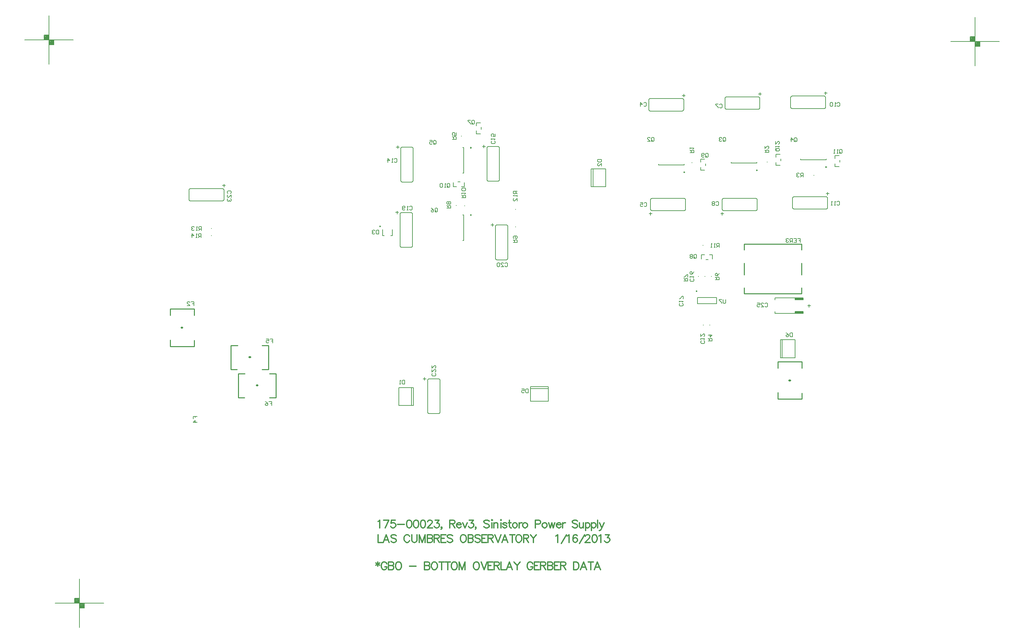
<source format=gbo>
%FSLAX23Y23*%
%MOIN*%
G70*
G01*
G75*
G04 Layer_Color=32896*
%ADD10O,0.024X0.079*%
%ADD11R,0.209X0.079*%
%ADD12O,0.014X0.067*%
%ADD13R,0.059X0.039*%
%ADD14R,0.036X0.036*%
%ADD15R,0.050X0.050*%
%ADD16C,0.050*%
%ADD17C,0.007*%
%ADD18C,0.010*%
%ADD19C,0.025*%
%ADD20C,0.100*%
%ADD21C,0.020*%
%ADD22C,0.012*%
%ADD23C,0.008*%
%ADD24C,0.012*%
%ADD25C,0.012*%
%ADD26C,0.100*%
%ADD27R,0.100X0.100*%
%ADD28R,0.100X0.100*%
%ADD29C,0.020*%
%ADD30R,0.063X0.063*%
%ADD31C,0.063*%
%ADD32C,0.070*%
%ADD33C,0.079*%
%ADD34R,0.110X0.110*%
%ADD35C,0.110*%
%ADD36C,0.080*%
%ADD37C,0.065*%
%ADD38C,0.059*%
%ADD39R,0.059X0.059*%
%ADD40R,0.059X0.059*%
%ADD41C,0.120*%
%ADD42R,0.120X0.120*%
%ADD43R,0.079X0.079*%
%ADD44R,0.079X0.079*%
%ADD45C,0.157*%
%ADD46C,0.197*%
%ADD47C,0.024*%
%ADD48C,0.050*%
%ADD49C,0.040*%
%ADD50C,0.005*%
G04:AMPARAMS|DCode=51|XSize=120mil|YSize=120mil|CornerRadius=0mil|HoleSize=0mil|Usage=FLASHONLY|Rotation=0.000|XOffset=0mil|YOffset=0mil|HoleType=Round|Shape=Relief|Width=10mil|Gap=10mil|Entries=4|*
%AMTHD51*
7,0,0,0.120,0.100,0.010,45*
%
%ADD51THD51*%
%ADD52C,0.059*%
%ADD53C,0.060*%
%ADD54C,0.067*%
%ADD55C,0.091*%
%ADD56C,0.072*%
%ADD57C,0.170*%
G04:AMPARAMS|DCode=58|XSize=112mil|YSize=112mil|CornerRadius=0mil|HoleSize=0mil|Usage=FLASHONLY|Rotation=0.000|XOffset=0mil|YOffset=0mil|HoleType=Round|Shape=Relief|Width=10mil|Gap=10mil|Entries=4|*
%AMTHD58*
7,0,0,0.112,0.092,0.010,45*
%
%ADD58THD58*%
%ADD59C,0.059*%
%ADD60C,0.055*%
%ADD61C,0.090*%
G04:AMPARAMS|DCode=62|XSize=95.433mil|YSize=95.433mil|CornerRadius=0mil|HoleSize=0mil|Usage=FLASHONLY|Rotation=0.000|XOffset=0mil|YOffset=0mil|HoleType=Round|Shape=Relief|Width=10mil|Gap=10mil|Entries=4|*
%AMTHD62*
7,0,0,0.095,0.075,0.010,45*
%
%ADD62THD62*%
G04:AMPARAMS|DCode=63|XSize=107.244mil|YSize=107.244mil|CornerRadius=0mil|HoleSize=0mil|Usage=FLASHONLY|Rotation=0.000|XOffset=0mil|YOffset=0mil|HoleType=Round|Shape=Relief|Width=10mil|Gap=10mil|Entries=4|*
%AMTHD63*
7,0,0,0.107,0.087,0.010,45*
%
%ADD63THD63*%
%ADD64C,0.030*%
G04:AMPARAMS|DCode=65|XSize=100mil|YSize=100mil|CornerRadius=0mil|HoleSize=0mil|Usage=FLASHONLY|Rotation=0.000|XOffset=0mil|YOffset=0mil|HoleType=Round|Shape=Relief|Width=10mil|Gap=10mil|Entries=4|*
%AMTHD65*
7,0,0,0.100,0.080,0.010,45*
%
%ADD65THD65*%
%ADD66C,0.186*%
%ADD67C,0.125*%
%ADD68C,0.048*%
G04:AMPARAMS|DCode=69|XSize=88mil|YSize=88mil|CornerRadius=0mil|HoleSize=0mil|Usage=FLASHONLY|Rotation=0.000|XOffset=0mil|YOffset=0mil|HoleType=Round|Shape=Relief|Width=10mil|Gap=10mil|Entries=4|*
%AMTHD69*
7,0,0,0.088,0.068,0.010,45*
%
%ADD69THD69*%
G04:AMPARAMS|DCode=70|XSize=70mil|YSize=70mil|CornerRadius=0mil|HoleSize=0mil|Usage=FLASHONLY|Rotation=0.000|XOffset=0mil|YOffset=0mil|HoleType=Round|Shape=Relief|Width=10mil|Gap=10mil|Entries=4|*
%AMTHD70*
7,0,0,0.070,0.050,0.010,45*
%
%ADD70THD70*%
%ADD71C,0.008*%
G04:AMPARAMS|DCode=72|XSize=99.37mil|YSize=99.37mil|CornerRadius=0mil|HoleSize=0mil|Usage=FLASHONLY|Rotation=0.000|XOffset=0mil|YOffset=0mil|HoleType=Round|Shape=Relief|Width=10mil|Gap=10mil|Entries=4|*
%AMTHD72*
7,0,0,0.099,0.079,0.010,45*
%
%ADD72THD72*%
%ADD73R,0.075X0.037*%
%ADD74R,0.272X0.268*%
%ADD75R,0.035X0.037*%
%ADD76R,0.035X0.037*%
%ADD77R,0.102X0.094*%
%ADD78R,0.063X0.075*%
%ADD79R,0.050X0.050*%
%ADD80O,0.028X0.098*%
%ADD81R,0.036X0.032*%
%ADD82R,0.150X0.106*%
%ADD83R,0.036X0.036*%
%ADD84R,0.037X0.075*%
%ADD85R,0.268X0.272*%
%ADD86R,0.079X0.209*%
%ADD87R,0.032X0.036*%
%ADD88C,0.010*%
%ADD89C,0.020*%
%ADD90C,0.024*%
%ADD91C,0.010*%
%ADD92C,0.030*%
%ADD93C,0.015*%
%ADD94C,0.007*%
%ADD95C,0.006*%
%ADD96C,0.012*%
%ADD97C,0.006*%
%ADD98R,0.257X0.184*%
%ADD99R,0.043X0.008*%
%ADD100O,0.028X0.083*%
%ADD101R,0.213X0.083*%
%ADD102O,0.018X0.071*%
%ADD103R,0.063X0.043*%
%ADD104R,0.040X0.040*%
%ADD105R,0.054X0.054*%
%ADD106C,0.104*%
%ADD107R,0.104X0.104*%
%ADD108R,0.104X0.104*%
%ADD109R,0.067X0.067*%
%ADD110C,0.067*%
%ADD111C,0.074*%
%ADD112C,0.083*%
%ADD113R,0.114X0.114*%
%ADD114C,0.114*%
%ADD115C,0.084*%
%ADD116C,0.069*%
%ADD117C,0.063*%
%ADD118R,0.063X0.063*%
%ADD119R,0.063X0.063*%
%ADD120C,0.124*%
%ADD121R,0.124X0.124*%
%ADD122R,0.083X0.083*%
%ADD123R,0.083X0.083*%
%ADD124C,0.161*%
%ADD125C,0.190*%
%ADD126C,0.028*%
%ADD127C,0.054*%
%ADD128R,1.912X0.311*%
%ADD129R,0.332X0.120*%
%ADD130R,0.079X0.041*%
%ADD131R,0.276X0.272*%
%ADD132R,0.039X0.041*%
%ADD133R,0.039X0.041*%
%ADD134R,0.106X0.098*%
%ADD135R,0.067X0.079*%
%ADD136R,0.054X0.054*%
%ADD137O,0.032X0.102*%
%ADD138R,0.040X0.036*%
%ADD139R,0.154X0.110*%
%ADD140R,0.040X0.040*%
%ADD141R,0.041X0.079*%
%ADD142R,0.272X0.276*%
%ADD143R,0.083X0.213*%
%ADD144R,0.036X0.040*%
%ADD145R,0.082X0.020*%
D17*
X24374Y17135D02*
X24404D01*
X24389Y17120D02*
Y17150D01*
X18360Y18371D02*
X18390D01*
X18375Y18356D02*
Y18386D01*
X24559Y19307D02*
Y19337D01*
X24544Y19322D02*
X24574D01*
X23087Y19296D02*
X23117D01*
X23102Y19281D02*
Y19311D01*
X22744Y18081D02*
X22774D01*
X22759Y18066D02*
Y18096D01*
X23869Y19313D02*
X23899D01*
X23884Y19298D02*
Y19328D01*
X23481Y18081D02*
X23511D01*
X23496Y18066D02*
Y18096D01*
X24564Y18288D02*
X24594D01*
X24579Y18273D02*
Y18303D01*
X20161Y18751D02*
Y18781D01*
X20146Y18766D02*
X20176D01*
X21047Y18758D02*
Y18788D01*
X21032Y18773D02*
X21062D01*
X20154Y18079D02*
Y18109D01*
X20139Y18094D02*
X20169D01*
X21134Y17951D02*
Y17981D01*
X21119Y17966D02*
X21149D01*
X20437Y16368D02*
Y16398D01*
X20422Y16383D02*
X20452D01*
X20544Y18105D02*
Y18131D01*
X20550Y18138D01*
X20563D01*
X20570Y18131D01*
Y18105D01*
X20563Y18098D01*
X20550D01*
X20557Y18111D02*
X20544Y18098D01*
X20550D02*
X20544Y18105D01*
X20504Y18138D02*
X20517Y18131D01*
X20530Y18118D01*
Y18105D01*
X20524Y18098D01*
X20510D01*
X20504Y18105D01*
Y18111D01*
X20510Y18118D01*
X20530D01*
X19964Y17913D02*
Y17873D01*
X19944D01*
X19938Y17880D01*
Y17906D01*
X19944Y17913D01*
X19964D01*
X19924Y17906D02*
X19918Y17913D01*
X19904D01*
X19898Y17906D01*
Y17900D01*
X19904Y17893D01*
X19911D01*
X19904D01*
X19898Y17886D01*
Y17880D01*
X19904Y17873D01*
X19918D01*
X19924Y17880D01*
X23324Y18670D02*
Y18696D01*
X23331Y18703D01*
X23344D01*
X23351Y18696D01*
Y18670D01*
X23344Y18663D01*
X23331D01*
X23338Y18676D02*
X23324Y18663D01*
X23331D02*
X23324Y18670D01*
X23311D02*
X23305Y18663D01*
X23291D01*
X23285Y18670D01*
Y18696D01*
X23291Y18703D01*
X23305D01*
X23311Y18696D01*
Y18690D01*
X23305Y18683D01*
X23285D01*
X23937Y17155D02*
X23943Y17162D01*
X23956D01*
X23963Y17155D01*
Y17129D01*
X23956Y17122D01*
X23943D01*
X23937Y17129D01*
X23897Y17122D02*
X23923D01*
X23897Y17149D01*
Y17155D01*
X23903Y17162D01*
X23917D01*
X23923Y17155D01*
X23857Y17162D02*
X23883D01*
Y17142D01*
X23870Y17149D01*
X23863D01*
X23857Y17142D01*
Y17129D01*
X23863Y17122D01*
X23877D01*
X23883Y17129D01*
X18415Y18289D02*
X18408Y18296D01*
Y18309D01*
X18415Y18316D01*
X18441D01*
X18448Y18309D01*
Y18296D01*
X18441Y18289D01*
X18448Y18249D02*
Y18276D01*
X18421Y18249D01*
X18415D01*
X18408Y18256D01*
Y18269D01*
X18415Y18276D01*
Y18236D02*
X18408Y18229D01*
Y18216D01*
X18415Y18209D01*
X18421D01*
X18428Y18216D01*
Y18222D01*
Y18216D01*
X18435Y18209D01*
X18441D01*
X18448Y18216D01*
Y18229D01*
X18441Y18236D01*
X18059Y15971D02*
Y15997D01*
X18079D01*
Y15984D01*
Y15997D01*
X18099D01*
Y15937D02*
X18059D01*
X18079Y15957D01*
Y15931D01*
X18138Y17836D02*
Y17876D01*
X18118D01*
X18111Y17869D01*
Y17856D01*
X18118Y17849D01*
X18138D01*
X18125D02*
X18111Y17836D01*
X18098D02*
X18085D01*
X18092D01*
Y17876D01*
X18098Y17869D01*
X18045Y17836D02*
Y17876D01*
X18065Y17856D01*
X18038D01*
X23531Y17200D02*
Y17167D01*
X23524Y17160D01*
X23511D01*
X23504Y17167D01*
Y17200D01*
X23491D02*
X23465D01*
Y17193D01*
X23491Y17167D01*
Y17160D01*
X24218Y16857D02*
Y16817D01*
X24198D01*
X24191Y16824D01*
Y16850D01*
X24198Y16857D01*
X24218D01*
X24152D02*
X24165Y16850D01*
X24178Y16837D01*
Y16824D01*
X24172Y16817D01*
X24158D01*
X24152Y16824D01*
Y16830D01*
X24158Y16837D01*
X24178D01*
X24271Y17827D02*
X24298D01*
Y17807D01*
X24285D01*
X24298D01*
Y17787D01*
X24232Y17827D02*
X24258D01*
Y17787D01*
X24232D01*
X24258Y17807D02*
X24245D01*
X24218Y17787D02*
Y17827D01*
X24198D01*
X24192Y17820D01*
Y17807D01*
X24198Y17800D01*
X24218D01*
X24205D02*
X24192Y17787D01*
X24178Y17820D02*
X24172Y17827D01*
X24158D01*
X24152Y17820D01*
Y17814D01*
X24158Y17807D01*
X24165D01*
X24158D01*
X24152Y17800D01*
Y17794D01*
X24158Y17787D01*
X24172D01*
X24178Y17794D01*
X24051Y18751D02*
X24077D01*
X24084Y18744D01*
Y18731D01*
X24077Y18724D01*
X24051D01*
X24044Y18731D01*
Y18744D01*
X24057Y18737D02*
X24044Y18751D01*
Y18744D02*
X24051Y18751D01*
X24044Y18764D02*
Y18777D01*
Y18771D01*
X24084D01*
X24077Y18764D01*
X24044Y18824D02*
Y18797D01*
X24071Y18824D01*
X24077D01*
X24084Y18817D01*
Y18804D01*
X24077Y18797D01*
X24702Y18708D02*
Y18734D01*
X24709Y18741D01*
X24722D01*
X24729Y18734D01*
Y18708D01*
X24722Y18701D01*
X24709D01*
X24716Y18714D02*
X24702Y18701D01*
X24709D02*
X24702Y18708D01*
X24689Y18701D02*
X24676D01*
X24683D01*
Y18741D01*
X24689Y18734D01*
X24656Y18701D02*
X24643D01*
X24649D01*
Y18741D01*
X24656Y18734D01*
X20670Y18359D02*
Y18385D01*
X20676Y18392D01*
X20689D01*
X20696Y18385D01*
Y18359D01*
X20689Y18352D01*
X20676D01*
X20683Y18365D02*
X20670Y18352D01*
X20676D02*
X20670Y18359D01*
X20656Y18352D02*
X20643D01*
X20650D01*
Y18392D01*
X20656Y18385D01*
X20623D02*
X20616Y18392D01*
X20603D01*
X20596Y18385D01*
Y18359D01*
X20603Y18352D01*
X20616D01*
X20623Y18359D01*
Y18385D01*
X24237Y18830D02*
Y18856D01*
X24244Y18863D01*
X24257D01*
X24264Y18856D01*
Y18830D01*
X24257Y18823D01*
X24244D01*
X24251Y18836D02*
X24237Y18823D01*
X24244D02*
X24237Y18830D01*
X24204Y18823D02*
Y18863D01*
X24224Y18843D01*
X24198D01*
X18837Y16150D02*
X18864D01*
Y16130D01*
X18851D01*
X18864D01*
Y16110D01*
X18798Y16150D02*
X18811Y16143D01*
X18824Y16130D01*
Y16117D01*
X18818Y16110D01*
X18804D01*
X18798Y16117D01*
Y16123D01*
X18804Y16130D01*
X18824D01*
X18848Y16791D02*
X18875D01*
Y16771D01*
X18862D01*
X18875D01*
Y16751D01*
X18809Y16791D02*
X18835D01*
Y16771D01*
X18822Y16778D01*
X18815D01*
X18809Y16771D01*
Y16758D01*
X18815Y16751D01*
X18829D01*
X18835Y16758D01*
X18037Y17175D02*
X18064D01*
Y17155D01*
X18050D01*
X18064D01*
Y17135D01*
X17997D02*
X18024D01*
X17997Y17162D01*
Y17169D01*
X18004Y17175D01*
X18017D01*
X18024Y17169D01*
X23353Y16772D02*
X23393D01*
Y16792D01*
X23386Y16799D01*
X23373D01*
X23366Y16792D01*
Y16772D01*
Y16785D02*
X23353Y16799D01*
Y16832D02*
X23393D01*
X23373Y16812D01*
Y16839D01*
X24328Y18460D02*
Y18500D01*
X24308D01*
X24302Y18493D01*
Y18480D01*
X24308Y18473D01*
X24328D01*
X24315D02*
X24302Y18460D01*
X24288Y18493D02*
X24282Y18500D01*
X24268D01*
X24262Y18493D01*
Y18487D01*
X24268Y18480D01*
X24275D01*
X24268D01*
X24262Y18473D01*
Y18467D01*
X24268Y18460D01*
X24282D01*
X24288Y18467D01*
X22691Y19218D02*
X22697Y19225D01*
X22710D01*
X22717Y19218D01*
Y19192D01*
X22710Y19185D01*
X22697D01*
X22691Y19192D01*
X22657Y19185D02*
Y19225D01*
X22677Y19205D01*
X22651D01*
X22694Y18189D02*
X22700Y18196D01*
X22713D01*
X22720Y18189D01*
Y18163D01*
X22713Y18156D01*
X22700D01*
X22694Y18163D01*
X22654Y18196D02*
X22680D01*
Y18176D01*
X22667Y18183D01*
X22660D01*
X22654Y18176D01*
Y18163D01*
X22660Y18156D01*
X22674D01*
X22680Y18163D01*
X23469Y19201D02*
X23476Y19208D01*
X23489D01*
X23496Y19201D01*
Y19175D01*
X23489Y19168D01*
X23476D01*
X23469Y19175D01*
X23456Y19208D02*
X23430D01*
Y19201D01*
X23456Y19175D01*
Y19168D01*
X23431Y18198D02*
X23438Y18205D01*
X23451D01*
X23458Y18198D01*
Y18172D01*
X23451Y18165D01*
X23438D01*
X23431Y18172D01*
X23418Y18198D02*
X23412Y18205D01*
X23398D01*
X23392Y18198D01*
Y18192D01*
X23398Y18185D01*
X23392Y18178D01*
Y18172D01*
X23398Y18165D01*
X23412D01*
X23418Y18172D01*
Y18178D01*
X23412Y18185D01*
X23418Y18192D01*
Y18198D01*
X23412Y18185D02*
X23398D01*
X24676Y18201D02*
X24683Y18208D01*
X24696D01*
X24703Y18201D01*
Y18175D01*
X24696Y18168D01*
X24683D01*
X24676Y18175D01*
X24663Y18168D02*
X24650D01*
X24656D01*
Y18208D01*
X24663Y18201D01*
X24630Y18168D02*
X24616D01*
X24623D01*
Y18208D01*
X24630Y18201D01*
X23310Y16774D02*
X23317Y16767D01*
Y16754D01*
X23310Y16747D01*
X23284D01*
X23277Y16754D01*
Y16767D01*
X23284Y16774D01*
X23277Y16787D02*
Y16800D01*
Y16794D01*
X23317D01*
X23310Y16787D01*
X23277Y16847D02*
Y16820D01*
X23304Y16847D01*
X23310D01*
X23317Y16840D01*
Y16827D01*
X23310Y16820D01*
X20125Y18642D02*
X20132Y18649D01*
X20145D01*
X20152Y18642D01*
Y18616D01*
X20145Y18609D01*
X20132D01*
X20125Y18616D01*
X20112Y18609D02*
X20099D01*
X20106D01*
Y18649D01*
X20112Y18642D01*
X20059Y18609D02*
Y18649D01*
X20079Y18629D01*
X20052D01*
X21154Y18828D02*
X21161Y18821D01*
Y18808D01*
X21154Y18801D01*
X21128D01*
X21121Y18808D01*
Y18821D01*
X21128Y18828D01*
X21121Y18841D02*
Y18854D01*
Y18848D01*
X21161D01*
X21154Y18841D01*
X21161Y18901D02*
Y18874D01*
X21141D01*
X21148Y18888D01*
Y18894D01*
X21141Y18901D01*
X21128D01*
X21121Y18894D01*
Y18881D01*
X21128Y18874D01*
X23199Y17412D02*
X23206Y17405D01*
Y17392D01*
X23199Y17385D01*
X23173D01*
X23166Y17392D01*
Y17405D01*
X23173Y17412D01*
X23166Y17425D02*
Y17438D01*
Y17432D01*
X23206D01*
X23199Y17425D01*
X23206Y17485D02*
X23199Y17472D01*
X23186Y17458D01*
X23173D01*
X23166Y17465D01*
Y17478D01*
X23173Y17485D01*
X23179D01*
X23186Y17478D01*
Y17458D01*
X23087Y17159D02*
X23094Y17152D01*
Y17139D01*
X23087Y17132D01*
X23061D01*
X23054Y17139D01*
Y17152D01*
X23061Y17159D01*
X23054Y17172D02*
Y17185D01*
Y17179D01*
X23094D01*
X23087Y17172D01*
X23094Y17205D02*
Y17232D01*
X23087D01*
X23061Y17205D01*
X23054D01*
X20282Y18153D02*
X20289Y18160D01*
X20302D01*
X20309Y18153D01*
Y18127D01*
X20302Y18120D01*
X20289D01*
X20282Y18127D01*
X20269Y18120D02*
X20256D01*
X20263D01*
Y18160D01*
X20269Y18153D01*
X20236Y18127D02*
X20229Y18120D01*
X20216D01*
X20209Y18127D01*
Y18153D01*
X20216Y18160D01*
X20229D01*
X20236Y18153D01*
Y18147D01*
X20229Y18140D01*
X20209D01*
X21263Y17570D02*
X21269Y17577D01*
X21282D01*
X21289Y17570D01*
Y17544D01*
X21282Y17537D01*
X21269D01*
X21263Y17544D01*
X21223Y17537D02*
X21249D01*
X21223Y17564D01*
Y17570D01*
X21229Y17577D01*
X21243D01*
X21249Y17570D01*
X21209D02*
X21203Y17577D01*
X21189D01*
X21183Y17570D01*
Y17544D01*
X21189Y17537D01*
X21203D01*
X21209Y17544D01*
Y17570D01*
X20546Y16439D02*
X20553Y16432D01*
Y16419D01*
X20546Y16412D01*
X20520D01*
X20513Y16419D01*
Y16432D01*
X20520Y16439D01*
X20513Y16479D02*
Y16452D01*
X20540Y16479D01*
X20546D01*
X20553Y16472D01*
Y16459D01*
X20546Y16452D01*
X20513Y16519D02*
Y16492D01*
X20540Y16519D01*
X20546D01*
X20553Y16512D01*
Y16499D01*
X20546Y16492D01*
X20232Y16370D02*
Y16330D01*
X20212D01*
X20205Y16336D01*
Y16363D01*
X20212Y16370D01*
X20232D01*
X20192Y16330D02*
X20179D01*
X20185D01*
Y16370D01*
X20192Y16363D01*
X22217Y18639D02*
X22257D01*
Y18619D01*
X22250Y18613D01*
X22224D01*
X22217Y18619D01*
Y18639D01*
X22257Y18573D02*
Y18599D01*
X22230Y18573D01*
X22224D01*
X22217Y18579D01*
Y18593D01*
X22224Y18599D01*
X21503Y16278D02*
Y16238D01*
X21483D01*
X21476Y16245D01*
Y16271D01*
X21483Y16278D01*
X21503D01*
X21437D02*
X21463D01*
Y16258D01*
X21450Y16265D01*
X21443D01*
X21437Y16258D01*
Y16245D01*
X21443Y16238D01*
X21457D01*
X21463Y16245D01*
X22770Y18832D02*
Y18858D01*
X22776Y18865D01*
X22789D01*
X22796Y18858D01*
Y18832D01*
X22789Y18825D01*
X22776D01*
X22783Y18838D02*
X22770Y18825D01*
X22776D02*
X22770Y18832D01*
X22730Y18825D02*
X22756D01*
X22730Y18852D01*
Y18858D01*
X22736Y18865D01*
X22750D01*
X22756Y18858D01*
X23506Y18831D02*
Y18857D01*
X23513Y18864D01*
X23526D01*
X23533Y18857D01*
Y18831D01*
X23526Y18824D01*
X23513D01*
X23519Y18837D02*
X23506Y18824D01*
X23513D02*
X23506Y18831D01*
X23493Y18857D02*
X23486Y18864D01*
X23473D01*
X23466Y18857D01*
Y18851D01*
X23473Y18844D01*
X23479D01*
X23473D01*
X23466Y18837D01*
Y18831D01*
X23473Y18824D01*
X23486D01*
X23493Y18831D01*
X20528Y18801D02*
Y18827D01*
X20534Y18834D01*
X20547D01*
X20554Y18827D01*
Y18801D01*
X20547Y18794D01*
X20534D01*
X20541Y18807D02*
X20528Y18794D01*
X20534D02*
X20528Y18801D01*
X20488Y18834D02*
X20514D01*
Y18814D01*
X20501Y18821D01*
X20494D01*
X20488Y18814D01*
Y18801D01*
X20494Y18794D01*
X20508D01*
X20514Y18801D01*
X20921Y19008D02*
Y19034D01*
X20928Y19041D01*
X20941D01*
X20948Y19034D01*
Y19008D01*
X20941Y19001D01*
X20928D01*
X20935Y19014D02*
X20921Y19001D01*
X20928D02*
X20921Y19008D01*
X20908Y19041D02*
X20882D01*
Y19034D01*
X20908Y19008D01*
Y19001D01*
X23205Y17629D02*
Y17655D01*
X23212Y17662D01*
X23225D01*
X23232Y17655D01*
Y17629D01*
X23225Y17622D01*
X23212D01*
X23219Y17635D02*
X23205Y17622D01*
X23212D02*
X23205Y17629D01*
X23192Y17655D02*
X23186Y17662D01*
X23172D01*
X23166Y17655D01*
Y17649D01*
X23172Y17642D01*
X23166Y17635D01*
Y17629D01*
X23172Y17622D01*
X23186D01*
X23192Y17629D01*
Y17635D01*
X23186Y17642D01*
X23192Y17649D01*
Y17655D01*
X23186Y17642D02*
X23172D01*
X23166Y18710D02*
X23206D01*
Y18730D01*
X23200Y18737D01*
X23186D01*
X23180Y18730D01*
Y18710D01*
Y18723D02*
X23166Y18737D01*
Y18750D02*
Y18763D01*
Y18757D01*
X23206D01*
X23200Y18750D01*
X23934Y18711D02*
X23974D01*
Y18731D01*
X23967Y18737D01*
X23954D01*
X23947Y18731D01*
Y18711D01*
Y18724D02*
X23934Y18737D01*
Y18777D02*
Y18751D01*
X23960Y18777D01*
X23967D01*
X23974Y18771D01*
Y18757D01*
X23967Y18751D01*
X20723Y18847D02*
X20763D01*
Y18867D01*
X20756Y18874D01*
X20743D01*
X20736Y18867D01*
Y18847D01*
Y18860D02*
X20723Y18874D01*
X20763Y18914D02*
Y18887D01*
X20743D01*
X20750Y18900D01*
Y18907D01*
X20743Y18914D01*
X20730D01*
X20723Y18907D01*
Y18894D01*
X20730Y18887D01*
X23427Y17402D02*
X23467D01*
Y17422D01*
X23460Y17429D01*
X23447D01*
X23440Y17422D01*
Y17402D01*
Y17415D02*
X23427Y17429D01*
X23467Y17469D02*
X23460Y17455D01*
X23447Y17442D01*
X23434D01*
X23427Y17449D01*
Y17462D01*
X23434Y17469D01*
X23440D01*
X23447Y17462D01*
Y17442D01*
X23101Y17388D02*
X23141D01*
Y17408D01*
X23134Y17415D01*
X23121D01*
X23114Y17408D01*
Y17388D01*
Y17401D02*
X23101Y17415D01*
X23141Y17428D02*
Y17455D01*
X23134D01*
X23108Y17428D01*
X23101D01*
X20665Y18139D02*
X20705D01*
Y18159D01*
X20698Y18166D01*
X20685D01*
X20678Y18159D01*
Y18139D01*
Y18152D02*
X20665Y18166D01*
X20698Y18179D02*
X20705Y18186D01*
Y18199D01*
X20698Y18206D01*
X20692D01*
X20685Y18199D01*
X20678Y18206D01*
X20672D01*
X20665Y18199D01*
Y18186D01*
X20672Y18179D01*
X20678D01*
X20685Y18186D01*
X20692Y18179D01*
X20698D01*
X20685Y18186D02*
Y18199D01*
X21349Y17785D02*
X21389D01*
Y17805D01*
X21382Y17812D01*
X21369D01*
X21362Y17805D01*
Y17785D01*
Y17798D02*
X21349Y17812D01*
X21356Y17825D02*
X21349Y17832D01*
Y17845D01*
X21356Y17852D01*
X21382D01*
X21389Y17845D01*
Y17832D01*
X21382Y17825D01*
X21376D01*
X21369Y17832D01*
Y17852D01*
X20820Y18244D02*
X20860D01*
Y18264D01*
X20853Y18271D01*
X20840D01*
X20833Y18264D01*
Y18244D01*
Y18257D02*
X20820Y18271D01*
Y18284D02*
Y18297D01*
Y18291D01*
X20860D01*
X20853Y18284D01*
Y18317D02*
X20860Y18324D01*
Y18337D01*
X20853Y18344D01*
X20827D01*
X20820Y18337D01*
Y18324D01*
X20827Y18317D01*
X20853D01*
X23466Y17735D02*
Y17775D01*
X23446D01*
X23440Y17768D01*
Y17755D01*
X23446Y17748D01*
X23466D01*
X23453D02*
X23440Y17735D01*
X23426D02*
X23413D01*
X23420D01*
Y17775D01*
X23426Y17768D01*
X23393Y17735D02*
X23380D01*
X23386D01*
Y17775D01*
X23393Y17768D01*
X21389Y18311D02*
X21349D01*
Y18291D01*
X21356Y18284D01*
X21369D01*
X21376Y18291D01*
Y18311D01*
Y18298D02*
X21389Y18284D01*
Y18271D02*
Y18258D01*
Y18264D01*
X21349D01*
X21356Y18271D01*
X21389Y18211D02*
Y18238D01*
X21363Y18211D01*
X21356D01*
X21349Y18218D01*
Y18231D01*
X21356Y18238D01*
X18142Y17909D02*
Y17949D01*
X18122D01*
X18115Y17942D01*
Y17929D01*
X18122Y17922D01*
X18142D01*
X18129D02*
X18115Y17909D01*
X18102D02*
X18089D01*
X18096D01*
Y17949D01*
X18102Y17942D01*
X18069D02*
X18062Y17949D01*
X18049D01*
X18042Y17942D01*
Y17936D01*
X18049Y17929D01*
X18056D01*
X18049D01*
X18042Y17922D01*
Y17916D01*
X18049Y17909D01*
X18062D01*
X18069Y17916D01*
D18*
X24312Y17453D02*
Y17573D01*
X23722Y17453D02*
Y17573D01*
Y17708D02*
Y17768D01*
X24312Y17708D02*
Y17768D01*
X23722D02*
X24312D01*
X23722Y17258D02*
Y17318D01*
X24312Y17258D02*
Y17318D01*
X23722Y17258D02*
X24312D01*
D22*
X19956Y14499D02*
Y14454D01*
X19937Y14488D02*
X19975Y14465D01*
Y14488D02*
X19937Y14465D01*
X20049Y14480D02*
X20045Y14488D01*
X20037Y14496D01*
X20030Y14499D01*
X20014D01*
X20007Y14496D01*
X19999Y14488D01*
X19995Y14480D01*
X19991Y14469D01*
Y14450D01*
X19995Y14439D01*
X19999Y14431D01*
X20007Y14423D01*
X20014Y14419D01*
X20030D01*
X20037Y14423D01*
X20045Y14431D01*
X20049Y14439D01*
Y14450D01*
X20030D02*
X20049D01*
X20067Y14499D02*
Y14419D01*
Y14499D02*
X20101D01*
X20113Y14496D01*
X20116Y14492D01*
X20120Y14484D01*
Y14477D01*
X20116Y14469D01*
X20113Y14465D01*
X20101Y14461D01*
X20067D02*
X20101D01*
X20113Y14458D01*
X20116Y14454D01*
X20120Y14446D01*
Y14435D01*
X20116Y14427D01*
X20113Y14423D01*
X20101Y14419D01*
X20067D01*
X20161Y14499D02*
X20153Y14496D01*
X20146Y14488D01*
X20142Y14480D01*
X20138Y14469D01*
Y14450D01*
X20142Y14439D01*
X20146Y14431D01*
X20153Y14423D01*
X20161Y14419D01*
X20176D01*
X20184Y14423D01*
X20191Y14431D01*
X20195Y14439D01*
X20199Y14450D01*
Y14469D01*
X20195Y14480D01*
X20191Y14488D01*
X20184Y14496D01*
X20176Y14499D01*
X20161D01*
X20281Y14454D02*
X20349D01*
X20436Y14499D02*
Y14419D01*
Y14499D02*
X20470D01*
X20481Y14496D01*
X20485Y14492D01*
X20489Y14484D01*
Y14477D01*
X20485Y14469D01*
X20481Y14465D01*
X20470Y14461D01*
X20436D02*
X20470D01*
X20481Y14458D01*
X20485Y14454D01*
X20489Y14446D01*
Y14435D01*
X20485Y14427D01*
X20481Y14423D01*
X20470Y14419D01*
X20436D01*
X20530Y14499D02*
X20522Y14496D01*
X20514Y14488D01*
X20511Y14480D01*
X20507Y14469D01*
Y14450D01*
X20511Y14439D01*
X20514Y14431D01*
X20522Y14423D01*
X20530Y14419D01*
X20545D01*
X20553Y14423D01*
X20560Y14431D01*
X20564Y14439D01*
X20568Y14450D01*
Y14469D01*
X20564Y14480D01*
X20560Y14488D01*
X20553Y14496D01*
X20545Y14499D01*
X20530D01*
X20613D02*
Y14419D01*
X20586Y14499D02*
X20640D01*
X20676D02*
Y14419D01*
X20649Y14499D02*
X20703D01*
X20735D02*
X20727Y14496D01*
X20720Y14488D01*
X20716Y14480D01*
X20712Y14469D01*
Y14450D01*
X20716Y14439D01*
X20720Y14431D01*
X20727Y14423D01*
X20735Y14419D01*
X20750D01*
X20758Y14423D01*
X20765Y14431D01*
X20769Y14439D01*
X20773Y14450D01*
Y14469D01*
X20769Y14480D01*
X20765Y14488D01*
X20758Y14496D01*
X20750Y14499D01*
X20735D01*
X20792D02*
Y14419D01*
Y14499D02*
X20822Y14419D01*
X20853Y14499D02*
X20822Y14419D01*
X20853Y14499D02*
Y14419D01*
X20961Y14499D02*
X20954Y14496D01*
X20946Y14488D01*
X20942Y14480D01*
X20938Y14469D01*
Y14450D01*
X20942Y14439D01*
X20946Y14431D01*
X20954Y14423D01*
X20961Y14419D01*
X20976D01*
X20984Y14423D01*
X20992Y14431D01*
X20995Y14439D01*
X20999Y14450D01*
Y14469D01*
X20995Y14480D01*
X20992Y14488D01*
X20984Y14496D01*
X20976Y14499D01*
X20961D01*
X21018D02*
X21048Y14419D01*
X21079Y14499D02*
X21048Y14419D01*
X21139Y14499D02*
X21089D01*
Y14419D01*
X21139D01*
X21089Y14461D02*
X21120D01*
X21152Y14499D02*
Y14419D01*
Y14499D02*
X21186D01*
X21198Y14496D01*
X21202Y14492D01*
X21205Y14484D01*
Y14477D01*
X21202Y14469D01*
X21198Y14465D01*
X21186Y14461D01*
X21152D01*
X21179D02*
X21205Y14419D01*
X21223Y14499D02*
Y14419D01*
X21269D01*
X21339D02*
X21308Y14499D01*
X21278Y14419D01*
X21289Y14446D02*
X21327D01*
X21357Y14499D02*
X21388Y14461D01*
Y14419D01*
X21418Y14499D02*
X21388Y14461D01*
X21548Y14480D02*
X21545Y14488D01*
X21537Y14496D01*
X21529Y14499D01*
X21514D01*
X21507Y14496D01*
X21499Y14488D01*
X21495Y14480D01*
X21491Y14469D01*
Y14450D01*
X21495Y14439D01*
X21499Y14431D01*
X21507Y14423D01*
X21514Y14419D01*
X21529D01*
X21537Y14423D01*
X21545Y14431D01*
X21548Y14439D01*
Y14450D01*
X21529D02*
X21548D01*
X21616Y14499D02*
X21567D01*
Y14419D01*
X21616D01*
X21567Y14461D02*
X21597D01*
X21630Y14499D02*
Y14419D01*
Y14499D02*
X21664D01*
X21675Y14496D01*
X21679Y14492D01*
X21683Y14484D01*
Y14477D01*
X21679Y14469D01*
X21675Y14465D01*
X21664Y14461D01*
X21630D01*
X21656D02*
X21683Y14419D01*
X21701Y14499D02*
Y14419D01*
Y14499D02*
X21735D01*
X21747Y14496D01*
X21750Y14492D01*
X21754Y14484D01*
Y14477D01*
X21750Y14469D01*
X21747Y14465D01*
X21735Y14461D01*
X21701D02*
X21735D01*
X21747Y14458D01*
X21750Y14454D01*
X21754Y14446D01*
Y14435D01*
X21750Y14427D01*
X21747Y14423D01*
X21735Y14419D01*
X21701D01*
X21822Y14499D02*
X21772D01*
Y14419D01*
X21822D01*
X21772Y14461D02*
X21803D01*
X21835Y14499D02*
Y14419D01*
Y14499D02*
X21869D01*
X21881Y14496D01*
X21884Y14492D01*
X21888Y14484D01*
Y14477D01*
X21884Y14469D01*
X21881Y14465D01*
X21869Y14461D01*
X21835D01*
X21862D02*
X21888Y14419D01*
X21969Y14499D02*
Y14419D01*
Y14499D02*
X21996D01*
X22007Y14496D01*
X22015Y14488D01*
X22018Y14480D01*
X22022Y14469D01*
Y14450D01*
X22018Y14439D01*
X22015Y14431D01*
X22007Y14423D01*
X21996Y14419D01*
X21969D01*
X22101D02*
X22071Y14499D01*
X22040Y14419D01*
X22052Y14446D02*
X22090D01*
X22146Y14499D02*
Y14419D01*
X22120Y14499D02*
X22173D01*
X22244Y14419D02*
X22213Y14499D01*
X22183Y14419D01*
X22194Y14446D02*
X22232D01*
D23*
X18030Y18340D02*
X18020Y18336D01*
X18016Y18326D01*
Y18226D02*
X18020Y18216D01*
X18030Y18212D01*
X18360D02*
X18370Y18216D01*
X18374Y18226D01*
Y18326D02*
X18370Y18336D01*
X18360Y18340D01*
X24558Y19277D02*
X24554Y19287D01*
X24544Y19291D01*
Y19163D02*
X24554Y19167D01*
X24558Y19177D01*
X24200D02*
X24204Y19167D01*
X24214Y19163D01*
Y19291D02*
X24204Y19287D01*
X24200Y19277D01*
X22757Y19265D02*
X22747Y19261D01*
X22743Y19251D01*
Y19151D02*
X22747Y19141D01*
X22757Y19137D01*
X23087D02*
X23097Y19141D01*
X23101Y19151D01*
Y19251D02*
X23097Y19261D01*
X23087Y19265D01*
X23104Y18112D02*
X23114Y18116D01*
X23118Y18126D01*
Y18226D02*
X23114Y18236D01*
X23104Y18240D01*
X22774D02*
X22764Y18236D01*
X22760Y18226D01*
Y18126D02*
X22764Y18116D01*
X22774Y18112D01*
X23539Y19282D02*
X23529Y19278D01*
X23525Y19268D01*
Y19168D02*
X23529Y19158D01*
X23539Y19154D01*
X23869D02*
X23879Y19158D01*
X23883Y19168D01*
Y19268D02*
X23879Y19278D01*
X23869Y19282D01*
X23841Y18112D02*
X23851Y18116D01*
X23855Y18126D01*
Y18226D02*
X23851Y18236D01*
X23841Y18240D01*
X23511D02*
X23501Y18236D01*
X23497Y18226D01*
Y18126D02*
X23501Y18116D01*
X23511Y18112D01*
X24234Y18257D02*
X24224Y18253D01*
X24220Y18243D01*
Y18143D02*
X24224Y18133D01*
X24234Y18129D01*
X24564D02*
X24574Y18133D01*
X24578Y18143D01*
Y18243D02*
X24574Y18253D01*
X24564Y18257D01*
X20192Y18421D02*
X20196Y18411D01*
X20206Y18407D01*
X20306D02*
X20316Y18411D01*
X20320Y18421D01*
Y18751D02*
X20316Y18761D01*
X20306Y18765D01*
X20206D02*
X20196Y18761D01*
X20192Y18751D01*
X21078Y18428D02*
X21082Y18418D01*
X21092Y18414D01*
X21192D02*
X21202Y18418D01*
X21206Y18428D01*
Y18758D02*
X21202Y18768D01*
X21192Y18772D01*
X21092D02*
X21082Y18768D01*
X21078Y18758D01*
X20185Y17749D02*
X20189Y17739D01*
X20199Y17735D01*
X20299D02*
X20309Y17739D01*
X20313Y17749D01*
Y18079D02*
X20309Y18089D01*
X20299Y18093D01*
X20199D02*
X20189Y18089D01*
X20185Y18079D01*
X21165Y17621D02*
X21169Y17611D01*
X21179Y17607D01*
X21279D02*
X21289Y17611D01*
X21293Y17621D01*
Y17951D02*
X21289Y17961D01*
X21279Y17965D01*
X21179D02*
X21169Y17961D01*
X21165Y17951D01*
X20468Y16038D02*
X20472Y16028D01*
X20482Y16024D01*
X20582D02*
X20592Y16028D01*
X20596Y16038D01*
Y16368D02*
X20592Y16378D01*
X20582Y16382D01*
X20482D02*
X20472Y16378D01*
X20468Y16368D01*
X24039Y17055D02*
X24329D01*
X24039Y17215D02*
X24329D01*
X24247Y17075D02*
X24329D01*
X24247Y17195D02*
X24329D01*
X24039Y17055D02*
Y17075D01*
X24329Y17055D02*
Y17075D01*
Y17195D02*
Y17215D01*
X24039Y17195D02*
Y17215D01*
X24247Y17055D02*
Y17075D01*
Y17195D02*
Y17215D01*
X18016Y18226D02*
Y18326D01*
X18374Y18226D02*
Y18326D01*
X18030Y18340D02*
X18360D01*
X18030Y18212D02*
X18360D01*
X24214Y19163D02*
X24544D01*
X24214Y19291D02*
X24544D01*
X24558Y19177D02*
Y19277D01*
X24200Y19177D02*
Y19277D01*
X22743Y19151D02*
Y19251D01*
X23101Y19151D02*
Y19251D01*
X22757Y19265D02*
X23087D01*
X22757Y19137D02*
X23087D01*
X23118Y18126D02*
Y18226D01*
X22760Y18126D02*
Y18226D01*
X22774Y18112D02*
X23104D01*
X22774Y18240D02*
X23104D01*
X23525Y19168D02*
Y19268D01*
X23883Y19168D02*
Y19268D01*
X23539Y19282D02*
X23869D01*
X23539Y19154D02*
X23869D01*
X23855Y18126D02*
Y18226D01*
X23497Y18126D02*
Y18226D01*
X23511Y18112D02*
X23841D01*
X23511Y18240D02*
X23841D01*
X24220Y18143D02*
Y18243D01*
X24578Y18143D02*
Y18243D01*
X24234Y18257D02*
X24564D01*
X24234Y18129D02*
X24564D01*
X20206Y18407D02*
X20306D01*
X20206Y18765D02*
X20306D01*
X20192Y18421D02*
Y18751D01*
X20320Y18421D02*
Y18751D01*
X21092Y18414D02*
X21192D01*
X21092Y18772D02*
X21192D01*
X21078Y18428D02*
Y18758D01*
X21206Y18428D02*
Y18758D01*
X20199Y17735D02*
X20299D01*
X20199Y18093D02*
X20299D01*
X20185Y17749D02*
Y18079D01*
X20313Y17749D02*
Y18079D01*
X21179Y17607D02*
X21279D01*
X21179Y17965D02*
X21279D01*
X21165Y17621D02*
Y17951D01*
X21293Y17621D02*
Y17951D01*
X20482Y16024D02*
X20582D01*
X20482Y16382D02*
X20582D01*
X20468Y16038D02*
Y16368D01*
X20596Y16038D02*
Y16368D01*
X16640Y14077D02*
X17140D01*
X16890Y13827D02*
Y14327D01*
X16840Y14077D02*
Y14127D01*
X16890D01*
X16940Y14027D02*
Y14077D01*
X16890Y14027D02*
X16940D01*
X16895Y14072D02*
X16935D01*
Y14032D02*
Y14072D01*
X16895Y14032D02*
X16935D01*
X16895D02*
Y14072D01*
X16900Y14067D02*
X16930D01*
Y14037D02*
Y14067D01*
X16900Y14037D02*
X16930D01*
X16900D02*
Y14062D01*
X16905D02*
X16925D01*
Y14042D02*
Y14062D01*
X16905Y14042D02*
X16925D01*
X16905D02*
Y14057D01*
X16910D02*
X16920D01*
Y14047D02*
Y14057D01*
X16910Y14047D02*
X16920D01*
X16910D02*
Y14057D01*
Y14052D02*
X16920D01*
X16845Y14122D02*
X16885D01*
Y14082D02*
Y14122D01*
X16845Y14082D02*
X16885D01*
X16845D02*
Y14122D01*
X16850Y14117D02*
X16880D01*
Y14087D02*
Y14117D01*
X16850Y14087D02*
X16880D01*
X16850D02*
Y14112D01*
X16855D02*
X16875D01*
Y14092D02*
Y14112D01*
X16855Y14092D02*
X16875D01*
X16855D02*
Y14107D01*
X16860D02*
X16870D01*
Y14097D02*
Y14107D01*
X16860Y14097D02*
X16870D01*
X16860D02*
Y14107D01*
Y14102D02*
X16870D01*
X16327Y19868D02*
X16827D01*
X16577Y19618D02*
Y20118D01*
X16527Y19868D02*
Y19918D01*
X16577D01*
X16627Y19818D02*
Y19868D01*
X16577Y19818D02*
X16627D01*
X16582Y19863D02*
X16622D01*
Y19823D02*
Y19863D01*
X16582Y19823D02*
X16622D01*
X16582D02*
Y19863D01*
X16587Y19858D02*
X16617D01*
Y19828D02*
Y19858D01*
X16587Y19828D02*
X16617D01*
X16587D02*
Y19853D01*
X16592D02*
X16612D01*
Y19833D02*
Y19853D01*
X16592Y19833D02*
X16612D01*
X16592D02*
Y19848D01*
X16597D02*
X16607D01*
Y19838D02*
Y19848D01*
X16597Y19838D02*
X16607D01*
X16597D02*
Y19848D01*
Y19843D02*
X16607D01*
X16532Y19913D02*
X16572D01*
Y19873D02*
Y19913D01*
X16532Y19873D02*
X16572D01*
X16532D02*
Y19913D01*
X16537Y19908D02*
X16567D01*
Y19878D02*
Y19908D01*
X16537Y19878D02*
X16567D01*
X16537D02*
Y19903D01*
X16542D02*
X16562D01*
Y19883D02*
Y19903D01*
X16542Y19883D02*
X16562D01*
X16542D02*
Y19898D01*
X16547D02*
X16557D01*
Y19888D02*
Y19898D01*
X16547Y19888D02*
X16557D01*
X16547D02*
Y19898D01*
Y19893D02*
X16557D01*
X25846Y19852D02*
X26346D01*
X26096Y19602D02*
Y20102D01*
X26046Y19852D02*
Y19902D01*
X26096D01*
X26146Y19802D02*
Y19852D01*
X26096Y19802D02*
X26146D01*
X26101Y19847D02*
X26141D01*
Y19807D02*
Y19847D01*
X26101Y19807D02*
X26141D01*
X26101D02*
Y19847D01*
X26106Y19842D02*
X26136D01*
Y19812D02*
Y19842D01*
X26106Y19812D02*
X26136D01*
X26106D02*
Y19837D01*
X26111D02*
X26131D01*
Y19817D02*
Y19837D01*
X26111Y19817D02*
X26131D01*
X26111D02*
Y19832D01*
X26116D02*
X26126D01*
Y19822D02*
Y19832D01*
X26116Y19822D02*
X26126D01*
X26116D02*
Y19832D01*
Y19827D02*
X26126D01*
X26051Y19897D02*
X26091D01*
Y19857D02*
Y19897D01*
X26051Y19857D02*
X26091D01*
X26051D02*
Y19897D01*
X26056Y19892D02*
X26086D01*
Y19862D02*
Y19892D01*
X26056Y19862D02*
X26086D01*
X26056D02*
Y19887D01*
X26061D02*
X26081D01*
Y19867D02*
Y19887D01*
X26061Y19867D02*
X26081D01*
X26061D02*
Y19882D01*
X26066D02*
X26076D01*
Y19872D02*
Y19882D01*
X26066Y19872D02*
X26076D01*
X26066D02*
Y19882D01*
Y19877D02*
X26076D01*
D24*
X19958Y14915D02*
X19966Y14919D01*
X19977Y14930D01*
Y14850D01*
X20070Y14930D02*
X20032Y14850D01*
X20017Y14930D02*
X20070D01*
X20134D02*
X20096D01*
X20092Y14896D01*
X20096Y14900D01*
X20107Y14903D01*
X20118D01*
X20130Y14900D01*
X20137Y14892D01*
X20141Y14881D01*
Y14873D01*
X20137Y14861D01*
X20130Y14854D01*
X20118Y14850D01*
X20107D01*
X20096Y14854D01*
X20092Y14858D01*
X20088Y14865D01*
X20159Y14884D02*
X20228D01*
X20274Y14930D02*
X20263Y14926D01*
X20255Y14915D01*
X20251Y14896D01*
Y14884D01*
X20255Y14865D01*
X20263Y14854D01*
X20274Y14850D01*
X20282D01*
X20293Y14854D01*
X20301Y14865D01*
X20305Y14884D01*
Y14896D01*
X20301Y14915D01*
X20293Y14926D01*
X20282Y14930D01*
X20274D01*
X20345D02*
X20334Y14926D01*
X20326Y14915D01*
X20323Y14896D01*
Y14884D01*
X20326Y14865D01*
X20334Y14854D01*
X20345Y14850D01*
X20353D01*
X20364Y14854D01*
X20372Y14865D01*
X20376Y14884D01*
Y14896D01*
X20372Y14915D01*
X20364Y14926D01*
X20353Y14930D01*
X20345D01*
X20417D02*
X20405Y14926D01*
X20398Y14915D01*
X20394Y14896D01*
Y14884D01*
X20398Y14865D01*
X20405Y14854D01*
X20417Y14850D01*
X20424D01*
X20436Y14854D01*
X20443Y14865D01*
X20447Y14884D01*
Y14896D01*
X20443Y14915D01*
X20436Y14926D01*
X20424Y14930D01*
X20417D01*
X20469Y14911D02*
Y14915D01*
X20473Y14922D01*
X20476Y14926D01*
X20484Y14930D01*
X20499D01*
X20507Y14926D01*
X20511Y14922D01*
X20515Y14915D01*
Y14907D01*
X20511Y14900D01*
X20503Y14888D01*
X20465Y14850D01*
X20518D01*
X20544Y14930D02*
X20586D01*
X20563Y14900D01*
X20574D01*
X20582Y14896D01*
X20586Y14892D01*
X20590Y14881D01*
Y14873D01*
X20586Y14861D01*
X20578Y14854D01*
X20567Y14850D01*
X20555D01*
X20544Y14854D01*
X20540Y14858D01*
X20536Y14865D01*
X20615Y14854D02*
X20611Y14850D01*
X20607Y14854D01*
X20611Y14858D01*
X20615Y14854D01*
Y14846D01*
X20611Y14839D01*
X20607Y14835D01*
X20695Y14930D02*
Y14850D01*
Y14930D02*
X20730D01*
X20741Y14926D01*
X20745Y14922D01*
X20749Y14915D01*
Y14907D01*
X20745Y14900D01*
X20741Y14896D01*
X20730Y14892D01*
X20695D01*
X20722D02*
X20749Y14850D01*
X20767Y14881D02*
X20812D01*
Y14888D01*
X20809Y14896D01*
X20805Y14900D01*
X20797Y14903D01*
X20786D01*
X20778Y14900D01*
X20770Y14892D01*
X20767Y14881D01*
Y14873D01*
X20770Y14861D01*
X20778Y14854D01*
X20786Y14850D01*
X20797D01*
X20805Y14854D01*
X20812Y14861D01*
X20829Y14903D02*
X20852Y14850D01*
X20875Y14903D02*
X20852Y14850D01*
X20896Y14930D02*
X20938D01*
X20915Y14900D01*
X20926D01*
X20934Y14896D01*
X20938Y14892D01*
X20941Y14881D01*
Y14873D01*
X20938Y14861D01*
X20930Y14854D01*
X20919Y14850D01*
X20907D01*
X20896Y14854D01*
X20892Y14858D01*
X20888Y14865D01*
X20967Y14854D02*
X20963Y14850D01*
X20959Y14854D01*
X20963Y14858D01*
X20967Y14854D01*
Y14846D01*
X20963Y14839D01*
X20959Y14835D01*
X21101Y14919D02*
X21093Y14926D01*
X21082Y14930D01*
X21066D01*
X21055Y14926D01*
X21047Y14919D01*
Y14911D01*
X21051Y14903D01*
X21055Y14900D01*
X21063Y14896D01*
X21085Y14888D01*
X21093Y14884D01*
X21097Y14881D01*
X21101Y14873D01*
Y14861D01*
X21093Y14854D01*
X21082Y14850D01*
X21066D01*
X21055Y14854D01*
X21047Y14861D01*
X21126Y14930D02*
X21130Y14926D01*
X21134Y14930D01*
X21130Y14934D01*
X21126Y14930D01*
X21130Y14903D02*
Y14850D01*
X21148Y14903D02*
Y14850D01*
Y14888D02*
X21159Y14900D01*
X21167Y14903D01*
X21178D01*
X21186Y14900D01*
X21190Y14888D01*
Y14850D01*
X21218Y14930D02*
X21222Y14926D01*
X21226Y14930D01*
X21222Y14934D01*
X21218Y14930D01*
X21222Y14903D02*
Y14850D01*
X21282Y14892D02*
X21278Y14900D01*
X21267Y14903D01*
X21255D01*
X21244Y14900D01*
X21240Y14892D01*
X21244Y14884D01*
X21251Y14881D01*
X21271Y14877D01*
X21278Y14873D01*
X21282Y14865D01*
Y14861D01*
X21278Y14854D01*
X21267Y14850D01*
X21255D01*
X21244Y14854D01*
X21240Y14861D01*
X21310Y14930D02*
Y14865D01*
X21314Y14854D01*
X21322Y14850D01*
X21329D01*
X21299Y14903D02*
X21325D01*
X21360D02*
X21352Y14900D01*
X21344Y14892D01*
X21341Y14881D01*
Y14873D01*
X21344Y14861D01*
X21352Y14854D01*
X21360Y14850D01*
X21371D01*
X21379Y14854D01*
X21386Y14861D01*
X21390Y14873D01*
Y14881D01*
X21386Y14892D01*
X21379Y14900D01*
X21371Y14903D01*
X21360D01*
X21408D02*
Y14850D01*
Y14881D02*
X21411Y14892D01*
X21419Y14900D01*
X21427Y14903D01*
X21438D01*
X21464D02*
X21457Y14900D01*
X21449Y14892D01*
X21445Y14881D01*
Y14873D01*
X21449Y14861D01*
X21457Y14854D01*
X21464Y14850D01*
X21476D01*
X21483Y14854D01*
X21491Y14861D01*
X21495Y14873D01*
Y14881D01*
X21491Y14892D01*
X21483Y14900D01*
X21476Y14903D01*
X21464D01*
X21575Y14888D02*
X21610D01*
X21621Y14892D01*
X21625Y14896D01*
X21629Y14903D01*
Y14915D01*
X21625Y14922D01*
X21621Y14926D01*
X21610Y14930D01*
X21575D01*
Y14850D01*
X21665Y14903D02*
X21658Y14900D01*
X21650Y14892D01*
X21646Y14881D01*
Y14873D01*
X21650Y14861D01*
X21658Y14854D01*
X21665Y14850D01*
X21677D01*
X21685Y14854D01*
X21692Y14861D01*
X21696Y14873D01*
Y14881D01*
X21692Y14892D01*
X21685Y14900D01*
X21677Y14903D01*
X21665D01*
X21713D02*
X21729Y14850D01*
X21744Y14903D02*
X21729Y14850D01*
X21744Y14903D02*
X21759Y14850D01*
X21774Y14903D02*
X21759Y14850D01*
X21793Y14881D02*
X21839D01*
Y14888D01*
X21835Y14896D01*
X21831Y14900D01*
X21824Y14903D01*
X21812D01*
X21805Y14900D01*
X21797Y14892D01*
X21793Y14881D01*
Y14873D01*
X21797Y14861D01*
X21805Y14854D01*
X21812Y14850D01*
X21824D01*
X21831Y14854D01*
X21839Y14861D01*
X21856Y14903D02*
Y14850D01*
Y14881D02*
X21860Y14892D01*
X21867Y14900D01*
X21875Y14903D01*
X21886D01*
X22010Y14919D02*
X22002Y14926D01*
X21991Y14930D01*
X21976D01*
X21964Y14926D01*
X21956Y14919D01*
Y14911D01*
X21960Y14903D01*
X21964Y14900D01*
X21972Y14896D01*
X21995Y14888D01*
X22002Y14884D01*
X22006Y14881D01*
X22010Y14873D01*
Y14861D01*
X22002Y14854D01*
X21991Y14850D01*
X21976D01*
X21964Y14854D01*
X21956Y14861D01*
X22028Y14903D02*
Y14865D01*
X22032Y14854D01*
X22039Y14850D01*
X22051D01*
X22058Y14854D01*
X22070Y14865D01*
Y14903D02*
Y14850D01*
X22091Y14903D02*
Y14823D01*
Y14892D02*
X22098Y14900D01*
X22106Y14903D01*
X22117D01*
X22125Y14900D01*
X22132Y14892D01*
X22136Y14881D01*
Y14873D01*
X22132Y14861D01*
X22125Y14854D01*
X22117Y14850D01*
X22106D01*
X22098Y14854D01*
X22091Y14861D01*
X22153Y14903D02*
Y14823D01*
Y14892D02*
X22161Y14900D01*
X22169Y14903D01*
X22180D01*
X22188Y14900D01*
X22195Y14892D01*
X22199Y14881D01*
Y14873D01*
X22195Y14861D01*
X22188Y14854D01*
X22180Y14850D01*
X22169D01*
X22161Y14854D01*
X22153Y14861D01*
X22216Y14930D02*
Y14850D01*
X22237Y14903D02*
X22260Y14850D01*
X22283Y14903D02*
X22260Y14850D01*
X22252Y14835D01*
X22244Y14827D01*
X22237Y14823D01*
X22233D01*
D25*
X19958Y14780D02*
Y14700D01*
X20004D01*
X20073D02*
X20043Y14780D01*
X20013Y14700D01*
X20024Y14727D02*
X20062D01*
X20145Y14769D02*
X20138Y14776D01*
X20126Y14780D01*
X20111D01*
X20100Y14776D01*
X20092Y14769D01*
Y14761D01*
X20096Y14753D01*
X20100Y14750D01*
X20107Y14746D01*
X20130Y14738D01*
X20138Y14734D01*
X20142Y14731D01*
X20145Y14723D01*
Y14711D01*
X20138Y14704D01*
X20126Y14700D01*
X20111D01*
X20100Y14704D01*
X20092Y14711D01*
X20283Y14761D02*
X20280Y14769D01*
X20272Y14776D01*
X20264Y14780D01*
X20249D01*
X20241Y14776D01*
X20234Y14769D01*
X20230Y14761D01*
X20226Y14750D01*
Y14731D01*
X20230Y14719D01*
X20234Y14711D01*
X20241Y14704D01*
X20249Y14700D01*
X20264D01*
X20272Y14704D01*
X20280Y14711D01*
X20283Y14719D01*
X20306Y14780D02*
Y14723D01*
X20310Y14711D01*
X20317Y14704D01*
X20329Y14700D01*
X20336D01*
X20348Y14704D01*
X20355Y14711D01*
X20359Y14723D01*
Y14780D01*
X20381D02*
Y14700D01*
Y14780D02*
X20412Y14700D01*
X20442Y14780D02*
X20412Y14700D01*
X20442Y14780D02*
Y14700D01*
X20465Y14780D02*
Y14700D01*
Y14780D02*
X20499D01*
X20511Y14776D01*
X20515Y14772D01*
X20518Y14765D01*
Y14757D01*
X20515Y14750D01*
X20511Y14746D01*
X20499Y14742D01*
X20465D02*
X20499D01*
X20511Y14738D01*
X20515Y14734D01*
X20518Y14727D01*
Y14715D01*
X20515Y14708D01*
X20511Y14704D01*
X20499Y14700D01*
X20465D01*
X20536Y14780D02*
Y14700D01*
Y14780D02*
X20570D01*
X20582Y14776D01*
X20586Y14772D01*
X20590Y14765D01*
Y14757D01*
X20586Y14750D01*
X20582Y14746D01*
X20570Y14742D01*
X20536D01*
X20563D02*
X20590Y14700D01*
X20657Y14780D02*
X20607D01*
Y14700D01*
X20657D01*
X20607Y14742D02*
X20638D01*
X20724Y14769D02*
X20716Y14776D01*
X20705Y14780D01*
X20689D01*
X20678Y14776D01*
X20670Y14769D01*
Y14761D01*
X20674Y14753D01*
X20678Y14750D01*
X20686Y14746D01*
X20708Y14738D01*
X20716Y14734D01*
X20720Y14731D01*
X20724Y14723D01*
Y14711D01*
X20716Y14704D01*
X20705Y14700D01*
X20689D01*
X20678Y14704D01*
X20670Y14711D01*
X20827Y14780D02*
X20820Y14776D01*
X20812Y14769D01*
X20808Y14761D01*
X20804Y14750D01*
Y14731D01*
X20808Y14719D01*
X20812Y14711D01*
X20820Y14704D01*
X20827Y14700D01*
X20842D01*
X20850Y14704D01*
X20858Y14711D01*
X20861Y14719D01*
X20865Y14731D01*
Y14750D01*
X20861Y14761D01*
X20858Y14769D01*
X20850Y14776D01*
X20842Y14780D01*
X20827D01*
X20884D02*
Y14700D01*
Y14780D02*
X20918D01*
X20930Y14776D01*
X20933Y14772D01*
X20937Y14765D01*
Y14757D01*
X20933Y14750D01*
X20930Y14746D01*
X20918Y14742D01*
X20884D02*
X20918D01*
X20930Y14738D01*
X20933Y14734D01*
X20937Y14727D01*
Y14715D01*
X20933Y14708D01*
X20930Y14704D01*
X20918Y14700D01*
X20884D01*
X21008Y14769D02*
X21001Y14776D01*
X20989Y14780D01*
X20974D01*
X20963Y14776D01*
X20955Y14769D01*
Y14761D01*
X20959Y14753D01*
X20963Y14750D01*
X20970Y14746D01*
X20993Y14738D01*
X21001Y14734D01*
X21005Y14731D01*
X21008Y14723D01*
Y14711D01*
X21001Y14704D01*
X20989Y14700D01*
X20974D01*
X20963Y14704D01*
X20955Y14711D01*
X21076Y14780D02*
X21026D01*
Y14700D01*
X21076D01*
X21026Y14742D02*
X21057D01*
X21089Y14780D02*
Y14700D01*
Y14780D02*
X21124D01*
X21135Y14776D01*
X21139Y14772D01*
X21143Y14765D01*
Y14757D01*
X21139Y14750D01*
X21135Y14746D01*
X21124Y14742D01*
X21089D01*
X21116D02*
X21143Y14700D01*
X21160Y14780D02*
X21191Y14700D01*
X21221Y14780D02*
X21191Y14700D01*
X21293D02*
X21262Y14780D01*
X21232Y14700D01*
X21243Y14727D02*
X21281D01*
X21338Y14780D02*
Y14700D01*
X21311Y14780D02*
X21365D01*
X21397D02*
X21389Y14776D01*
X21382Y14769D01*
X21378Y14761D01*
X21374Y14750D01*
Y14731D01*
X21378Y14719D01*
X21382Y14711D01*
X21389Y14704D01*
X21397Y14700D01*
X21412D01*
X21420Y14704D01*
X21427Y14711D01*
X21431Y14719D01*
X21435Y14731D01*
Y14750D01*
X21431Y14761D01*
X21427Y14769D01*
X21420Y14776D01*
X21412Y14780D01*
X21397D01*
X21454D02*
Y14700D01*
Y14780D02*
X21488D01*
X21499Y14776D01*
X21503Y14772D01*
X21507Y14765D01*
Y14757D01*
X21503Y14750D01*
X21499Y14746D01*
X21488Y14742D01*
X21454D01*
X21480D02*
X21507Y14700D01*
X21525Y14780D02*
X21555Y14742D01*
Y14700D01*
X21586Y14780D02*
X21555Y14742D01*
X21785Y14765D02*
X21792Y14769D01*
X21804Y14780D01*
Y14700D01*
X21843Y14689D02*
X21897Y14780D01*
X21902Y14765D02*
X21910Y14769D01*
X21921Y14780D01*
Y14700D01*
X22006Y14769D02*
X22003Y14776D01*
X21991Y14780D01*
X21984D01*
X21972Y14776D01*
X21964Y14765D01*
X21961Y14746D01*
Y14727D01*
X21964Y14711D01*
X21972Y14704D01*
X21984Y14700D01*
X21987D01*
X21999Y14704D01*
X22006Y14711D01*
X22010Y14723D01*
Y14727D01*
X22006Y14738D01*
X21999Y14746D01*
X21987Y14750D01*
X21984D01*
X21972Y14746D01*
X21964Y14738D01*
X21961Y14727D01*
X22028Y14689D02*
X22081Y14780D01*
X22090Y14761D02*
Y14765D01*
X22094Y14772D01*
X22098Y14776D01*
X22105Y14780D01*
X22121D01*
X22128Y14776D01*
X22132Y14772D01*
X22136Y14765D01*
Y14757D01*
X22132Y14750D01*
X22124Y14738D01*
X22086Y14700D01*
X22140D01*
X22180Y14780D02*
X22169Y14776D01*
X22161Y14765D01*
X22158Y14746D01*
Y14734D01*
X22161Y14715D01*
X22169Y14704D01*
X22180Y14700D01*
X22188D01*
X22199Y14704D01*
X22207Y14715D01*
X22211Y14734D01*
Y14746D01*
X22207Y14765D01*
X22199Y14776D01*
X22188Y14780D01*
X22180D01*
X22229Y14765D02*
X22236Y14769D01*
X22248Y14780D01*
Y14700D01*
X22295Y14780D02*
X22337D01*
X22314Y14750D01*
X22326D01*
X22333Y14746D01*
X22337Y14742D01*
X22341Y14731D01*
Y14723D01*
X22337Y14711D01*
X22329Y14704D01*
X22318Y14700D01*
X22307D01*
X22295Y14704D01*
X22291Y14708D01*
X22287Y14715D01*
D50*
X24244Y16599D02*
Y16784D01*
X24094Y16599D02*
X24244D01*
X24094D02*
Y16784D01*
X24244D01*
X24113Y16599D02*
Y16784D01*
X20171Y16108D02*
Y16293D01*
X20321D01*
Y16108D02*
Y16293D01*
X20171Y16108D02*
X20321D01*
X20302D02*
Y16293D01*
X22299Y18358D02*
Y18543D01*
X22149Y18358D02*
X22299D01*
X22149D02*
Y18543D01*
X22299D01*
X22168Y18358D02*
Y18543D01*
X21524Y16152D02*
X21709D01*
X21524D02*
Y16302D01*
X21709D01*
Y16152D02*
Y16302D01*
X21524Y16283D02*
X21709D01*
D71*
X20829Y18070D02*
X20839D01*
Y17806D02*
Y18070D01*
X20829Y17806D02*
X20839D01*
X20106Y17855D02*
Y17919D01*
X20004Y17855D02*
Y17919D01*
Y17855D02*
X20022D01*
X20089D02*
X20106D01*
X23243Y17220D02*
X23440D01*
X23243Y17157D02*
X23440D01*
X23243D02*
Y17220D01*
X23440Y17157D02*
Y17220D01*
X24565Y18635D02*
Y18645D01*
X24301Y18635D02*
X24565D01*
X24301D02*
Y18645D01*
X23105Y18581D02*
Y18591D01*
X22841Y18581D02*
X23105D01*
X22841D02*
Y18591D01*
X23853Y18601D02*
Y18611D01*
X23589Y18601D02*
X23853D01*
X23589D02*
Y18611D01*
X20828Y18762D02*
X20838D01*
Y18499D02*
Y18762D01*
X20828Y18499D02*
X20838D01*
D88*
X20917Y18068D02*
X20910Y18073D01*
Y18064D01*
X20917Y18068D01*
X19983Y17953D02*
X19976Y17957D01*
Y17949D01*
X19983Y17953D01*
X23236Y17285D02*
X23228Y17290D01*
Y17281D01*
X23236Y17285D01*
X24568Y18562D02*
X24560Y18566D01*
Y18558D01*
X24568Y18562D01*
X23108Y18508D02*
X23101Y18512D01*
Y18504D01*
X23108Y18508D01*
X23856Y18528D02*
X23848Y18532D01*
Y18524D01*
X23856Y18528D01*
X20916Y18761D02*
X20909Y18765D01*
Y18756D01*
X20916Y18761D01*
X24317Y16493D02*
Y16560D01*
X24069D02*
X24317D01*
X24069Y16493D02*
Y16560D01*
X24317Y16174D02*
Y16237D01*
X24069Y16174D02*
X24317D01*
X24069D02*
Y16241D01*
X18841Y16188D02*
X18908D01*
Y16436D01*
X18841D02*
X18908D01*
X18522Y16188D02*
X18585D01*
X18522D02*
Y16436D01*
X18589D01*
X18766Y16479D02*
X18833D01*
Y16727D01*
X18766D02*
X18833D01*
X18447Y16479D02*
X18510D01*
X18447D02*
Y16727D01*
X18514D01*
X18069Y17034D02*
Y17101D01*
X17821D02*
X18069D01*
X17821Y17034D02*
Y17101D01*
X18069Y16715D02*
Y16778D01*
X17821Y16715D02*
X18069D01*
X17821D02*
Y16782D01*
D89*
X24195Y16367D02*
X24187D01*
X24195D01*
X18719Y16314D02*
X18711D01*
X18719D01*
X18644Y16605D02*
X18636D01*
X18644D01*
X17947Y16908D02*
X17939D01*
X17947D01*
D91*
X18247Y17857D02*
D03*
X23369Y16936D02*
D03*
X24439Y18476D02*
D03*
X23302Y16936D02*
D03*
X23318Y17437D02*
D03*
X23187Y18606D02*
D03*
X23958Y18613D02*
D03*
X20815Y18878D02*
D03*
X23385Y17436D02*
D03*
X23252Y17437D02*
D03*
X20761Y18164D02*
D03*
X21371Y17947D02*
D03*
X20849Y18163D02*
D03*
X23299Y17755D02*
D03*
X21372Y18125D02*
D03*
X18247Y17929D02*
D03*
D95*
X23324Y18574D02*
Y18596D01*
X23274Y18611D02*
Y18642D01*
Y18528D02*
Y18559D01*
Y18642D02*
X23317D01*
X23274Y18528D02*
X23317D01*
X24050Y18578D02*
X24093D01*
X24050Y18692D02*
X24093D01*
X24050Y18578D02*
Y18609D01*
Y18661D02*
Y18692D01*
X24100Y18624D02*
Y18646D01*
X24655Y18565D02*
X24698D01*
X24655Y18679D02*
X24698D01*
X24655Y18565D02*
Y18596D01*
Y18648D02*
Y18679D01*
X24705Y18611D02*
Y18633D01*
X20847Y18360D02*
Y18403D01*
X20733Y18360D02*
Y18403D01*
X20816Y18360D02*
X20847D01*
X20733D02*
X20764D01*
X20779Y18410D02*
X20801D01*
X21020Y18949D02*
Y18971D01*
X20970Y18986D02*
Y19017D01*
Y18903D02*
Y18934D01*
Y19017D02*
X21013D01*
X20970Y18903D02*
X21013D01*
X23329Y17610D02*
X23351D01*
X23366Y17660D02*
X23397D01*
X23283D02*
X23314D01*
X23397Y17617D02*
Y17660D01*
X23283Y17617D02*
Y17660D01*
X24677Y19217D02*
X24684Y19224D01*
X24697D01*
X24704Y19217D01*
Y19191D01*
X24697Y19184D01*
X24684D01*
X24677Y19191D01*
X24664Y19184D02*
X24651D01*
X24658D01*
Y19224D01*
X24664Y19217D01*
X24631D02*
X24624Y19224D01*
X24611D01*
X24604Y19217D01*
Y19191D01*
X24611Y19184D01*
X24624D01*
X24631Y19191D01*
Y19217D01*
D145*
X24288Y17205D02*
D03*
Y17065D02*
D03*
M02*

</source>
